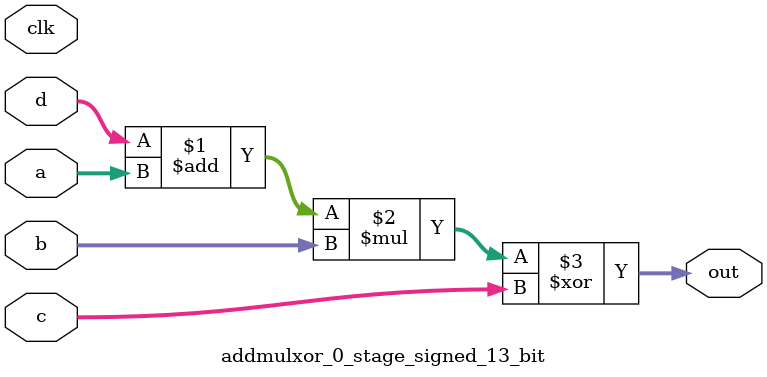
<source format=sv>
(* use_dsp = "yes" *) module addmulxor_0_stage_signed_13_bit(
	input signed [12:0] a,
	input signed [12:0] b,
	input signed [12:0] c,
	input signed [12:0] d,
	output [12:0] out,
	input clk);

	assign out = ((d + a) * b) ^ c;
endmodule

</source>
